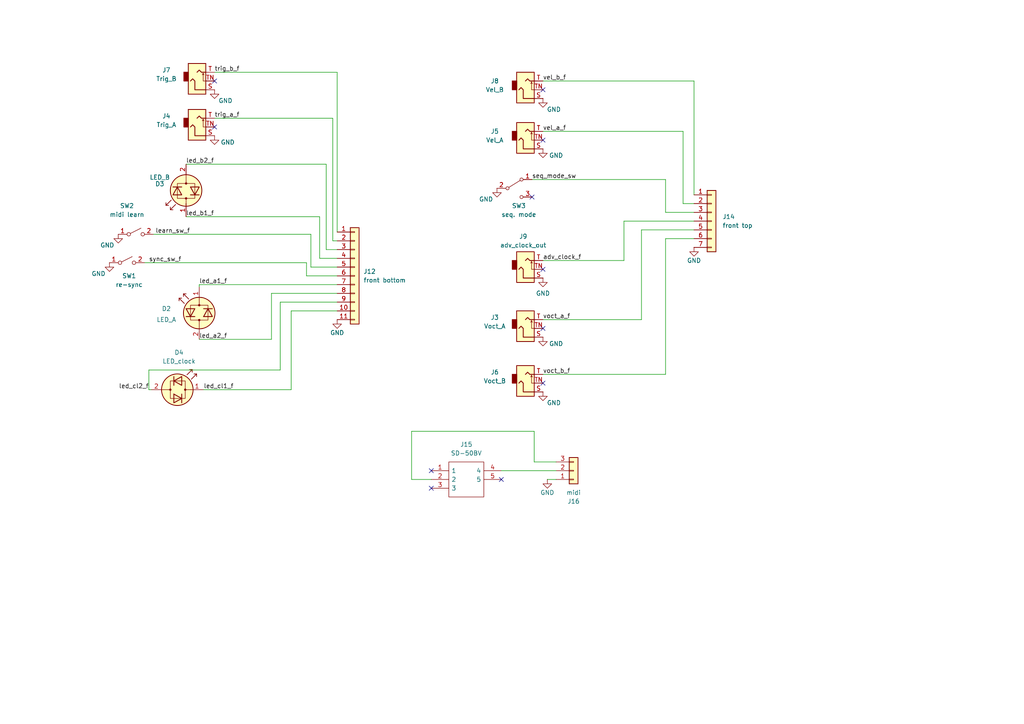
<source format=kicad_sch>
(kicad_sch (version 20231120) (generator "eeschema") (generator_version "8.0")
  (paper "A4")
  (lib_symbols
    (symbol "Connector_Generic:Conn_01x03" (pin_names (offset 1.016) hide)
      (property "Reference" "J" (at 0 5.08 0))
      (property "Value" "Conn_01x03" (at 0 -5.08 0))
      (symbol "Conn_01x03_1_1"
        (rectangle (start -1.27 -2.413) (end 0 -2.667) (stroke (width 0.1524)))
        (rectangle (start -1.27 0.127) (end 0 -0.127) (stroke (width 0.1524)))
        (rectangle (start -1.27 2.667) (end 0 2.413) (stroke (width 0.1524)))
        (rectangle (start -1.27 3.81) (end 1.27 -3.81) (stroke (width 0.254)) (fill (type background)))
        (pin passive line (at -5.08 2.54 0) (length 3.81) (name "Pin_1") (number "1"))
        (pin passive line (at -5.08 0 0) (length 3.81) (name "Pin_2") (number "2"))
        (pin passive line (at -5.08 -2.54 0) (length 3.81) (name "Pin_3") (number "3"))
      )
    )
    (symbol "Connector_Generic:Conn_01x07" (pin_names (offset 1.016) hide)
      (property "Reference" "J" (at 0 10.16 0))
      (property "Value" "Conn_01x07" (at 0 -10.16 0))
      (symbol "Conn_01x07_1_1"
        (rectangle (start -1.27 -7.493) (end 0 -7.747) (stroke (width 0.1524)))
        (rectangle (start -1.27 -4.953) (end 0 -5.207) (stroke (width 0.1524)))
        (rectangle (start -1.27 -2.413) (end 0 -2.667) (stroke (width 0.1524)))
        (rectangle (start -1.27 0.127) (end 0 -0.127) (stroke (width 0.1524)))
        (rectangle (start -1.27 2.667) (end 0 2.413) (stroke (width 0.1524)))
        (rectangle (start -1.27 5.207) (end 0 4.953) (stroke (width 0.1524)))
        (rectangle (start -1.27 7.747) (end 0 7.493) (stroke (width 0.1524)))
        (rectangle (start -1.27 8.89) (end 1.27 -8.89) (stroke (width 0.254)) (fill (type background)))
        (pin passive line (at -5.08 7.62 0) (length 3.81) (name "Pin_1") (number "1"))
        (pin passive line (at -5.08 5.08 0) (length 3.81) (name "Pin_2") (number "2"))
        (pin passive line (at -5.08 2.54 0) (length 3.81) (name "Pin_3") (number "3"))
        (pin passive line (at -5.08 0 0) (length 3.81) (name "Pin_4") (number "4"))
        (pin passive line (at -5.08 -2.54 0) (length 3.81) (name "Pin_5") (number "5"))
        (pin passive line (at -5.08 -5.08 0) (length 3.81) (name "Pin_6") (number "6"))
        (pin passive line (at -5.08 -7.62 0) (length 3.81) (name "Pin_7") (number "7"))
      )
    )
    (symbol "Connector_Generic:Conn_01x11" (pin_names (offset 1.016) hide)
      (property "Reference" "J" (at 0 15.24 0))
      (property "Value" "Conn_01x11" (at 0 -15.24 0))
      (symbol "Conn_01x11_1_1"
        (rectangle (start -1.27 -12.573) (end 0 -12.827) (stroke (width 0.1524)))
        (rectangle (start -1.27 -10.033) (end 0 -10.287) (stroke (width 0.1524)))
        (rectangle (start -1.27 -7.493) (end 0 -7.747) (stroke (width 0.1524)))
        (rectangle (start -1.27 -4.953) (end 0 -5.207) (stroke (width 0.1524)))
        (rectangle (start -1.27 -2.413) (end 0 -2.667) (stroke (width 0.1524)))
        (rectangle (start -1.27 0.127) (end 0 -0.127) (stroke (width 0.1524)))
        (rectangle (start -1.27 2.667) (end 0 2.413) (stroke (width 0.1524)))
        (rectangle (start -1.27 5.207) (end 0 4.953) (stroke (width 0.1524)))
        (rectangle (start -1.27 7.747) (end 0 7.493) (stroke (width 0.1524)))
        (rectangle (start -1.27 10.287) (end 0 10.033) (stroke (width 0.1524)))
        (rectangle (start -1.27 12.827) (end 0 12.573) (stroke (width 0.1524)))
        (rectangle (start -1.27 13.97) (end 1.27 -13.97) (stroke (width 0.254)) (fill (type background)))
        (pin passive line (at -5.08 12.7 0) (length 3.81) (name "Pin_1") (number "1"))
        (pin passive line (at -5.08 -10.16 0) (length 3.81) (name "Pin_10") (number "10"))
        (pin passive line (at -5.08 -12.7 0) (length 3.81) (name "Pin_11") (number "11"))
        (pin passive line (at -5.08 10.16 0) (length 3.81) (name "Pin_2") (number "2"))
        (pin passive line (at -5.08 7.62 0) (length 3.81) (name "Pin_3") (number "3"))
        (pin passive line (at -5.08 5.08 0) (length 3.81) (name "Pin_4") (number "4"))
        (pin passive line (at -5.08 2.54 0) (length 3.81) (name "Pin_5") (number "5"))
        (pin passive line (at -5.08 0 0) (length 3.81) (name "Pin_6") (number "6"))
        (pin passive line (at -5.08 -2.54 0) (length 3.81) (name "Pin_7") (number "7"))
        (pin passive line (at -5.08 -5.08 0) (length 3.81) (name "Pin_8") (number "8"))
        (pin passive line (at -5.08 -7.62 0) (length 3.81) (name "Pin_9") (number "9"))
      )
    )
    (symbol "Device:LED_Dual_Bidirectional" (pin_names (offset 0) hide)
      (property "Reference" "D" (at 0 5.715 0))
      (property "Value" "LED_Dual_Bidirectional" (at 0 -6.35 0))
      (symbol "LED_Dual_Bidirectional_0_1"
        (circle (center -2.032 0) (radius 0.254) (fill (type outline)))
        (polyline (pts (xy -4.572 0) (xy -2.54 0)))
        (polyline (pts (xy -2.032 0) (xy -2.54 0)))
        (polyline (pts (xy -1.016 3.81) (xy -1.016 1.27)) (stroke (width 0.254)))
        (polyline (pts (xy 1.27 -1.27) (xy 1.27 -3.81)) (stroke (width 0.254)))
        (polyline (pts (xy 4.064 0) (xy 2.286 0)) (fill (type outline)))
        (polyline (pts (xy 4.318 5.842) (xy 4.318 5.08)) (stroke (width 0.2032)))
        (polyline (pts (xy 5.588 4.572) (xy 5.588 3.81)) (stroke (width 0.2032)))
        (polyline (pts (xy 2.794 4.318) (xy 4.318 5.842) (xy 3.556 5.842)) (stroke (width 0.2032)))
        (polyline (pts (xy 4.064 3.048) (xy 5.588 4.572) (xy 4.826 4.572)) (stroke (width 0.2032)))
        (polyline (pts (xy -1.016 -1.27) (xy -1.016 -3.81) (xy 1.27 -2.54) (xy -1.016 -1.27)) (stroke (width 0.254)))
        (polyline (pts (xy 1.27 3.81) (xy 1.27 1.27) (xy -1.016 2.54) (xy 1.27 3.81)) (stroke (width 0.254)))
        (polyline (pts (xy 2.286 2.54) (xy -2.032 2.54) (xy -2.032 -2.54) (xy 2.286 -2.54) (xy 2.286 2.54)))
        (circle (center 0 0) (radius 4.572) (stroke (width 0.254)) (fill (type background)))
        (circle (center 2.286 0) (radius 0.254) (fill (type outline)))
      )
      (symbol "LED_Dual_Bidirectional_1_1"
        (pin input line (at 7.62 0 180) (length 3.81) (name "KA") (number "1"))
        (pin input line (at -7.62 0 0) (length 3.048) (name "AK") (number "2"))
      )
    )
    (symbol "SamacSys_Parts:SD-50BV" (pin_names (offset 0.762))
      (property "Reference" "J" (at 16.51 7.62 0))
      (property "Value" "SD-50BV" (at 16.51 5.08 0))
      (symbol "SD-50BV_0_0"
        (pin passive line (at 0 0 0) (length 5.08) (name "1") (number "1"))
        (pin passive line (at 0 -2.54 0) (length 5.08) (name "2") (number "2"))
        (pin passive line (at 0 -5.08 0) (length 5.08) (name "3") (number "3"))
        (pin passive line (at 20.32 0 180) (length 5.08) (name "4") (number "4"))
        (pin passive line (at 20.32 -2.54 180) (length 5.08) (name "5") (number "5"))
      )
      (symbol "SD-50BV_0_1"
        (polyline (pts (xy 5.08 2.54) (xy 15.24 2.54) (xy 15.24 -7.62) (xy 5.08 -7.62) (xy 5.08 2.54)) (stroke (width 0.1524)))
      )
    )
    (symbol "Switch:SW_SPST" (pin_names (offset 0) hide)
      (property "Reference" "SW" (at 0 3.175 0))
      (property "Value" "SW_SPST" (at 0 -2.54 0))
      (symbol "SW_SPST_0_0"
        (circle (center -2.032 0) (radius 0.508))
        (polyline (pts (xy -1.524 0.254) (xy 1.524 1.778)))
        (circle (center 2.032 0) (radius 0.508))
      )
      (symbol "SW_SPST_1_1"
        (pin passive line (at -5.08 0 0) (length 2.54) (name "A") (number "1"))
        (pin passive line (at 5.08 0 180) (length 2.54) (name "B") (number "2"))
      )
    )
    (symbol "WeirdVibes_Eurorack:AudioJack_Switch"
      (property "Reference" "J" (at 0 8.89 0))
      (property "Value" "AudioJack_Switch" (at 0 6.35 0))
      (symbol "AudioJack_Switch_0_1"
        (rectangle (start -2.54 0) (end -3.81 -2.54) (stroke (width 0.254)) (fill (type outline)))
        (rectangle (start -2.54 2.54) (end 2.54 -6.35) (stroke (width 0.254)) (fill (type background)))
        (polyline (pts (xy 1.778 -0.254) (xy 2.032 -0.762)))
        (polyline (pts (xy 0 0) (xy 0.635 0.635) (xy 1.27 0) (xy 2.54 0)) (stroke (width 0.254)))
        (polyline (pts (xy 2.54 -2.54) (xy 1.778 -2.54) (xy 1.778 -0.254) (xy 1.524 -0.762)))
        (polyline (pts (xy 2.54 -5.08) (xy -0.635 -5.08) (xy -0.635 -2.54) (xy -1.27 -1.905) (xy -1.905 -2.54)) (stroke (width 0.254)))
      )
      (symbol "AudioJack_Switch_1_1"
        (pin passive line (at 5.08 -5.08 180) (length 2.54) (name "~") (number "S"))
        (pin passive line (at 5.08 0 180) (length 2.54) (name "~") (number "T"))
        (pin passive line (at 5.08 -2.54 180) (length 2.54) (name "~") (number "TN"))
      )
    )
    (symbol "WeirdVibes_Eurorack:SW_SPDT" (pin_names (offset 0) hide)
      (property "Reference" "SW" (at 0 5.08 0))
      (property "Value" "SW_SPDT" (at 0 -5.08 0))
      (symbol "SW_SPDT_0_1"
        (circle (center -2.032 0) (radius 0.4572))
        (polyline (pts (xy -1.651 0.254) (xy 1.651 2.286)))
        (circle (center 2.032 -2.54) (radius 0.4572))
        (circle (center 2.032 2.54) (radius 0.4572))
      )
      (symbol "SW_SPDT_1_1"
        (pin passive line (at 5.08 2.54 180) (length 2.54) (name "A") (number "1"))
        (pin passive line (at -5.08 0 0) (length 2.54) (name "B") (number "2"))
        (pin passive line (at 5.08 -2.54 180) (length 2.54) (name "C") (number "3"))
      )
    )
    (symbol "power:GND" (power) (pin_numbers hide) (pin_names (offset 0) hide)
      (property "Value" "GND" (at 0 -3.81 0))
      (symbol "GND_0_1"
        (polyline (pts (xy 0 0) (xy 0 -1.27) (xy 1.27 -1.27) (xy 0 -2.54) (xy -1.27 -1.27) (xy 0 -1.27)))
      )
      (symbol "GND_1_1"
        (pin power_in line (at 0 0 270) (length 0) (name "~") (number "1"))
      )
    )
  )
  (no_connect (at 125.095 141.605))
  (no_connect (at 145.415 139.065))
  (no_connect (at 157.48 95.25))
  (no_connect (at 125.095 136.525))
  (no_connect (at 62.23 23.495))
  (no_connect (at 157.48 40.64))
  (no_connect (at 157.48 111.125))
  (no_connect (at 154.305 57.15))
  (no_connect (at 157.48 26.035))
  (no_connect (at 62.23 36.83))
  (no_connect (at 157.48 78.105))
  (wire (pts (xy 198.12 38.1) (xy 157.48 38.1)))
  (wire (pts (xy 201.295 66.675) (xy 186.055 66.675)))
  (wire (pts (xy 193.04 52.07) (xy 193.04 61.595)))
  (wire (pts (xy 180.975 64.135) (xy 201.295 64.135)))
  (wire (pts (xy 119.38 139.065) (xy 125.095 139.065)))
  (wire (pts (xy 62.23 34.29) (xy 96.52 34.29)))
  (wire (pts (xy 186.055 66.675) (xy 186.055 92.71)))
  (wire (pts (xy 43.18 113.03) (xy 43.18 107.315)))
  (wire (pts (xy 97.79 20.955) (xy 97.79 67.31)))
  (wire (pts (xy 154.94 133.985) (xy 154.94 125.095)))
  (wire (pts (xy 94.615 72.39) (xy 97.79 72.39)))
  (wire (pts (xy 97.79 87.63) (xy 81.28 87.63)))
  (wire (pts (xy 201.295 59.055) (xy 198.12 59.055)))
  (wire (pts (xy 41.91 76.2) (xy 88.9 76.2)))
  (wire (pts (xy 62.23 20.955) (xy 97.79 20.955)))
  (wire (pts (xy 94.615 47.625) (xy 94.615 72.39)))
  (wire (pts (xy 97.79 85.09) (xy 78.74 85.09)))
  (wire (pts (xy 157.48 75.565) (xy 180.975 75.565)))
  (wire (pts (xy 53.975 62.865) (xy 92.71 62.865)))
  (wire (pts (xy 43.18 113.03) (xy 43.815 113.03)))
  (wire (pts (xy 43.18 107.315) (xy 81.28 107.315)))
  (wire (pts (xy 78.74 85.09) (xy 78.74 98.425)))
  (wire (pts (xy 119.38 125.095) (xy 119.38 139.065)))
  (wire (pts (xy 193.04 61.595) (xy 201.295 61.595)))
  (wire (pts (xy 186.055 92.71) (xy 157.48 92.71)))
  (wire (pts (xy 92.71 74.93) (xy 92.71 62.865)))
  (wire (pts (xy 193.04 69.215) (xy 193.04 108.585)))
  (wire (pts (xy 157.48 23.495) (xy 201.295 23.495)))
  (wire (pts (xy 96.52 69.85) (xy 96.52 34.29)))
  (wire (pts (xy 90.17 77.47) (xy 97.79 77.47)))
  (wire (pts (xy 180.975 64.135) (xy 180.975 75.565)))
  (wire (pts (xy 97.79 74.93) (xy 92.71 74.93)))
  (wire (pts (xy 81.28 87.63) (xy 81.28 107.315)))
  (wire (pts (xy 201.295 23.495) (xy 201.295 56.515)))
  (wire (pts (xy 198.12 59.055) (xy 198.12 38.1)))
  (wire (pts (xy 44.45 67.945) (xy 90.17 67.945)))
  (wire (pts (xy 84.455 90.17) (xy 97.79 90.17)))
  (wire (pts (xy 59.055 113.03) (xy 84.455 113.03)))
  (wire (pts (xy 154.94 125.095) (xy 119.38 125.095)))
  (wire (pts (xy 84.455 113.03) (xy 84.455 90.17)))
  (wire (pts (xy 154.305 52.07) (xy 193.04 52.07)))
  (wire (pts (xy 57.785 82.55) (xy 57.785 83.185)))
  (wire (pts (xy 161.29 133.985) (xy 154.94 133.985)))
  (wire (pts (xy 97.79 69.85) (xy 96.52 69.85)))
  (wire (pts (xy 53.975 47.625) (xy 94.615 47.625)))
  (wire (pts (xy 57.785 82.55) (xy 97.79 82.55)))
  (wire (pts (xy 78.74 98.425) (xy 57.785 98.425)))
  (wire (pts (xy 90.17 67.945) (xy 90.17 77.47)))
  (wire (pts (xy 193.04 108.585) (xy 157.48 108.585)))
  (wire (pts (xy 201.295 69.215) (xy 193.04 69.215)))
  (wire (pts (xy 97.79 80.01) (xy 88.9 80.01)))
  (wire (pts (xy 145.415 136.525) (xy 161.29 136.525)))
  (wire (pts (xy 158.75 139.065) (xy 161.29 139.065)))
  (wire (pts (xy 88.9 80.01) (xy 88.9 76.2)))
  (label "led_cl1_f" (at 59.055 113.03 0))
  (label "led_a2_f" (at 57.785 98.425 0))
  (label "seq_mode_sw" (at 154.305 52.07 0))
  (label "led_a1_f" (at 57.785 82.55 0))
  (label "vel_b_f" (at 157.48 23.495 0))
  (label "voct_a_f" (at 157.48 92.71 0))
  (label "voct_b_f" (at 157.48 108.585 0))
  (label "learn_sw_f" (at 45.085 67.945 0))
  (label "led_cl2_f" (at 43.18 113.03 180))
  (label "led_b2_f" (at 53.975 47.625 0))
  (label "trig_a_f" (at 62.23 34.29 0))
  (label "sync_sw_f" (at 43.18 76.2 0))
  (label "vel_a_f" (at 157.48 38.1 0))
  (label "led_b1_f" (at 53.975 62.865 0))
  (label "adv_clock_f" (at 157.48 75.565 0))
  (label "trig_b_f" (at 62.23 20.955 0))
  (symbol (lib_id "power:GND") (at 144.145 54.61 0) (unit 1)
    (property "Reference" "#PWR013" (effects (hide yes)))
    (property "Value" "GND" (at 140.97 57.785 0))
    (property "Description" "Power symbol creates a global label with name \"GND\" , ground" (effects (hide yes)))
  )
  (symbol (lib_id "power:GND") (at 158.75 139.065 0) (mirror y) (unit 1)
    (property "Reference" "#PWR017" (effects (hide yes)))
    (property "Value" "GND" (at 158.75 142.875 0))
    (property "Description" "Power symbol creates a global label with name \"GND\" , ground" (effects (hide yes)))
  )
  (symbol (lib_id "power:GND") (at 157.48 43.18 0) (unit 1)
    (property "Reference" "#PWR021" (effects (hide yes)))
    (property "Value" "GND" (at 161.29 45.085 0))
    (property "Description" "Power symbol creates a global label with name \"GND\" , ground" (effects (hide yes)))
  )
  (symbol (lib_id "power:GND") (at 31.75 76.2 0) (unit 1)
    (property "Reference" "#PWR026" (effects (hide yes)))
    (property "Value" "GND" (at 28.575 79.375 0))
    (property "Description" "Power symbol creates a global label with name \"GND\" , ground" (effects (hide yes)))
  )
  (symbol (lib_id "Switch:SW_SPST") (at 39.37 67.945 0) (unit 1)
    (property "Reference" "SW2" (at 36.83 59.69 0))
    (property "Value" "midi learn" (at 36.83 62.23 0))
    (property "Footprint" "Button_Switch_THT:SW_PUSH_6mm_H8mm" (effects (hide yes)))
    (property "Description" "Single Pole Single Throw (SPST) switch" (effects (hide yes)))
  )
  (symbol (lib_id "power:GND") (at 97.79 92.71 0) (unit 1)
    (property "Reference" "#PWR029" (effects (hide yes)))
    (property "Value" "GND" (at 97.79 96.52 0))
    (property "Description" "Power symbol creates a global label with name \"GND\" , ground" (effects (hide yes)))
  )
  (symbol (lib_id "WeirdVibes_Eurorack:AudioJack_Switch") (at 152.4 75.565 0) (unit 1)
    (property "Reference" "J9" (at 151.765 68.58 0))
    (property "Value" "adv_clock_out" (at 151.765 71.12 0))
    (property "Footprint" "WeirdVibes_Eurorack:Thonkiconn" (effects (hide yes)))
  )
  (symbol (lib_id "Device:LED_Dual_Bidirectional") (at 53.975 55.245 90) (mirror x) (unit 1)
    (property "Reference" "D3" (at 46.355 53.34 90))
    (property "Value" "LED_B" (at 46.355 51.435 90))
    (property "Footprint" "LED_THT:LED_D3.0mm_Clear" (effects (hide yes)))
    (property "Description" "Dual LED, bidirectional" (effects (hide yes)))
  )
  (symbol (lib_id "WeirdVibes_Eurorack:AudioJack_Switch") (at 152.4 38.1 0) (unit 1)
    (property "Reference" "J5" (at 143.51 38.1 0))
    (property "Value" "Vel_A" (at 143.51 40.64 0))
    (property "Footprint" "WeirdVibes_Eurorack:Thonkiconn" (effects (hide yes)))
  )
  (symbol (lib_id "SamacSys_Parts:SD-50BV") (at 125.095 136.525 0) (unit 1)
    (property "Reference" "J15" (at 135.255 128.905 0))
    (property "Value" "SD-50BV" (at 135.255 131.445 0))
    (property "Footprint" "SamacSys_Parts:SD-50BV" (effects (hide yes)))
    (property "Description" "Circular DIN Connectors DIN, 5P jack, vertical, through hole" (effects (hide yes)))
    (property "Description_1" "Circular DIN Connectors DIN, 5P jack, vertical, through hole" (effects (hide yes)))
    (property "Mouser Part Number" "490-SD-50BV" (effects (hide yes)))
    (property "Mouser Price/Stock" "https://www.mouser.co.uk/ProductDetail/CUI-Devices/SD-50BV?qs=WyjlAZoYn51vaJlJKU%252BCew%3D%3D" (effects (hide yes)))
    (property "Manufacturer_Name" "CUI Devices" (effects (hide yes)))
    (property "Manufacturer_Part_Number" "SD-50BV" (effects (hide yes)))
  )
  (symbol (lib_id "WeirdVibes_Eurorack:AudioJack_Switch") (at 152.4 23.495 0) (unit 1)
    (property "Reference" "J8" (at 143.51 23.495 0))
    (property "Value" "Vel_B" (at 143.51 26.035 0))
    (property "Footprint" "WeirdVibes_Eurorack:Thonkiconn" (effects (hide yes)))
  )
  (symbol (lib_id "Switch:SW_SPST") (at 36.83 76.2 0) (unit 1)
    (property "Reference" "SW1" (at 37.465 80.01 0))
    (property "Value" "re-sync" (at 37.465 82.55 0))
    (property "Footprint" "Button_Switch_THT:SW_PUSH_6mm_H8mm" (effects (hide yes)))
    (property "Description" "Single Pole Single Throw (SPST) switch" (effects (hide yes)))
  )
  (symbol (lib_id "WeirdVibes_Eurorack:AudioJack_Switch") (at 152.4 92.71 0) (unit 1)
    (property "Reference" "J3" (at 143.51 92.075 0))
    (property "Value" "Voct_A" (at 143.51 94.615 0))
    (property "Footprint" "WeirdVibes_Eurorack:Thonkiconn" (effects (hide yes)))
  )
  (symbol (lib_id "Connector_Generic:Conn_01x07") (at 206.375 64.135 0) (unit 1)
    (property "Reference" "J14" (at 209.55 62.8649 0) (effects (justify left)))
    (property "Value" "front top" (at 209.55 65.4049 0) (effects (justify left)))
    (property "Footprint" "Connector_PinSocket_2.54mm:PinSocket_1x07_P2.54mm_Vertical" (effects (hide yes)))
    (property "Description" "Generic connector, single row, 01x07, script generated (kicad-library-utils/schlib/autogen/connector/)" (effects (hide yes)))
  )
  (symbol (lib_id "WeirdVibes_Eurorack:AudioJack_Switch") (at 57.15 34.29 0) (unit 1)
    (property "Reference" "J4" (at 48.26 33.655 0))
    (property "Value" "Trig_A" (at 48.26 36.195 0))
    (property "Footprint" "WeirdVibes_Eurorack:Thonkiconn" (effects (hide yes)))
  )
  (symbol (lib_id "WeirdVibes_Eurorack:SW_SPDT") (at 149.225 54.61 0) (unit 1)
    (property "Reference" "SW3" (at 150.495 59.69 0))
    (property "Value" "seq. mode" (at 150.495 62.23 0))
    (property "Footprint" "WeirdVibes_Eurorack:submini" (effects (hide yes)))
    (property "Description" "Switch, single pole double throw" (effects (hide yes)))
  )
  (symbol (lib_id "WeirdVibes_Eurorack:AudioJack_Switch") (at 152.4 108.585 0) (unit 1)
    (property "Reference" "J6" (at 143.51 107.95 0))
    (property "Value" "Voct_B" (at 143.51 110.49 0))
    (property "Footprint" "WeirdVibes_Eurorack:Thonkiconn" (effects (hide yes)))
  )
  (symbol (lib_id "power:GND") (at 62.23 39.37 0) (unit 1)
    (property "Reference" "#PWR020" (effects (hide yes)))
    (property "Value" "GND" (at 66.04 41.275 0))
    (property "Description" "Power symbol creates a global label with name \"GND\" , ground" (effects (hide yes)))
  )
  (symbol (lib_id "power:GND") (at 34.29 67.945 0) (unit 1)
    (property "Reference" "#PWR027" (effects (hide yes)))
    (property "Value" "GND" (at 31.115 71.12 0))
    (property "Description" "Power symbol creates a global label with name \"GND\" , ground" (effects (hide yes)))
  )
  (symbol (lib_id "power:GND") (at 62.23 26.035 0) (unit 1)
    (property "Reference" "#PWR023" (effects (hide yes)))
    (property "Value" "GND" (at 65.405 29.21 0))
    (property "Description" "Power symbol creates a global label with name \"GND\" , ground" (effects (hide yes)))
  )
  (symbol (lib_id "power:GND") (at 157.48 97.79 0) (unit 1)
    (property "Reference" "#PWR019" (effects (hide yes)))
    (property "Value" "GND" (at 161.29 99.695 0))
    (property "Description" "Power symbol creates a global label with name \"GND\" , ground" (effects (hide yes)))
  )
  (symbol (lib_id "Connector_Generic:Conn_01x03") (at 166.37 136.525 0) (mirror x) (unit 1)
    (property "Reference" "J16" (at 166.37 145.415 0))
    (property "Value" "midi" (at 166.37 142.875 0))
    (property "Footprint" "Connector_PinSocket_2.54mm:PinSocket_1x03_P2.54mm_Vertical" (effects (hide yes)))
    (property "Description" "Generic connector, single row, 01x03, script generated (kicad-library-utils/schlib/autogen/connector/)" (effects (hide yes)))
  )
  (symbol (lib_id "power:GND") (at 201.295 71.755 0) (unit 1)
    (property "Reference" "#PWR030" (effects (hide yes)))
    (property "Value" "GND" (at 201.295 75.565 0))
    (property "Description" "Power symbol creates a global label with name \"GND\" , ground" (effects (hide yes)))
  )
  (symbol (lib_id "power:GND") (at 157.48 113.665 0) (unit 1)
    (property "Reference" "#PWR022" (effects (hide yes)))
    (property "Value" "GND" (at 160.655 116.84 0))
    (property "Description" "Power symbol creates a global label with name \"GND\" , ground" (effects (hide yes)))
  )
  (symbol (lib_id "Device:LED_Dual_Bidirectional") (at 51.435 113.03 0) (unit 1)
    (property "Reference" "D4" (at 51.9303 102.235 0))
    (property "Value" "LED_clock" (at 51.9303 104.775 0))
    (property "Footprint" "LED_THT:LED_D3.0mm_Clear" (effects (hide yes)))
    (property "Description" "Dual LED, bidirectional" (effects (hide yes)))
  )
  (symbol (lib_id "Device:LED_Dual_Bidirectional") (at 57.785 90.805 90) (unit 1)
    (property "Reference" "D2" (at 48.26 89.535 90))
    (property "Value" "LED_A" (at 48.26 92.71 90))
    (property "Footprint" "LED_THT:LED_D3.0mm_Clear" (effects (hide yes)))
    (property "Description" "Dual LED, bidirectional" (effects (hide yes)))
  )
  (symbol (lib_id "WeirdVibes_Eurorack:AudioJack_Switch") (at 57.15 20.955 0) (unit 1)
    (property "Reference" "J7" (at 48.26 20.32 0))
    (property "Value" "Trig_B" (at 48.26 22.86 0))
    (property "Footprint" "WeirdVibes_Eurorack:Thonkiconn" (effects (hide yes)))
  )
  (symbol (lib_id "power:GND") (at 157.48 28.575 0) (unit 1)
    (property "Reference" "#PWR024" (effects (hide yes)))
    (property "Value" "GND" (at 160.655 31.75 0))
    (property "Description" "Power symbol creates a global label with name \"GND\" , ground" (effects (hide yes)))
  )
  (symbol (lib_id "Connector_Generic:Conn_01x11") (at 102.87 80.01 0) (unit 1)
    (property "Reference" "J12" (at 105.41 78.7399 0) (effects (justify left)))
    (property "Value" "front bottom" (at 105.41 81.2799 0) (effects (justify left)))
    (property "Footprint" "Connector_PinSocket_2.54mm:PinSocket_1x11_P2.54mm_Vertical" (effects (hide yes)))
    (property "Description" "Generic connector, single row, 01x11, script generated (kicad-library-utils/schlib/autogen/connector/)" (effects (hide yes)))
  )
  (symbol (lib_id "power:GND") (at 157.48 80.645 0) (unit 1)
    (property "Reference" "#PWR025" (effects (hide yes)))
    (property "Value" "GND" (at 157.48 85.09 0))
    (property "Description" "Power symbol creates a global label with name \"GND\" , ground" (effects (hide yes)))
  )
)
</source>
